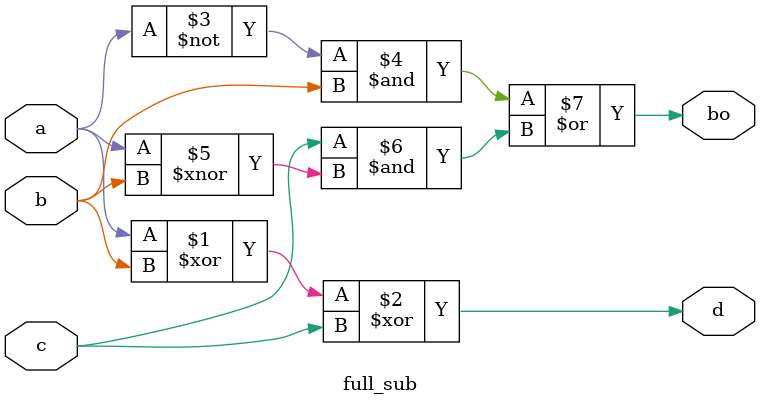
<source format=sv>
module full_sub(input a,b,c, output d,bo);
  
  assign d=a^b^c;
  assign bo=(~a&b)|(c&(a~^b));
  
endmodule

</source>
